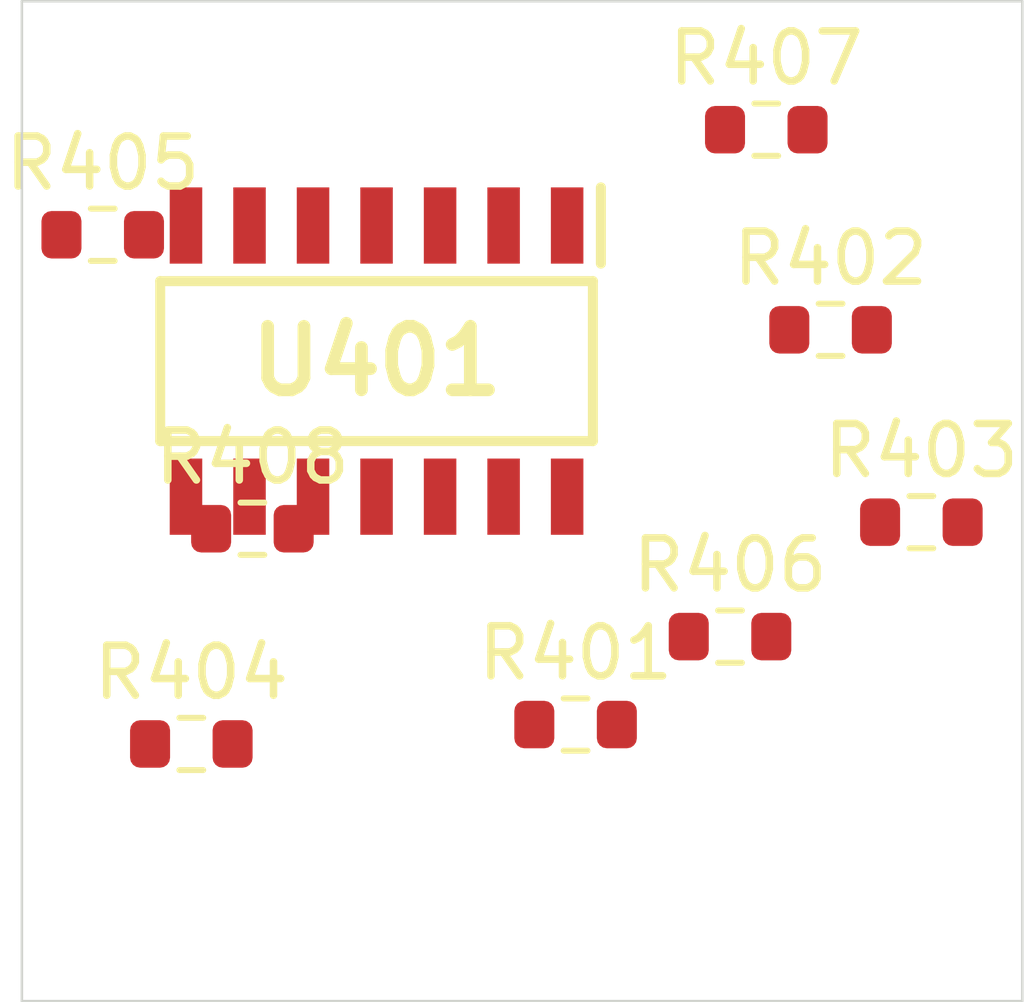
<source format=kicad_pcb>
 ( kicad_pcb  ( version 20171130 )
 ( host pcbnew 5.1.12-84ad8e8a86~92~ubuntu18.04.1 )
 ( general  ( thickness 1.6 )
 ( drawings 4 )
 ( tracks 0 )
 ( zones 0 )
 ( modules 9 )
 ( nets 14 )
)
 ( page A4 )
 ( layers  ( 0 F.Cu signal )
 ( 31 B.Cu signal )
 ( 32 B.Adhes user )
 ( 33 F.Adhes user )
 ( 34 B.Paste user )
 ( 35 F.Paste user )
 ( 36 B.SilkS user )
 ( 37 F.SilkS user )
 ( 38 B.Mask user )
 ( 39 F.Mask user )
 ( 40 Dwgs.User user )
 ( 41 Cmts.User user )
 ( 42 Eco1.User user )
 ( 43 Eco2.User user )
 ( 44 Edge.Cuts user )
 ( 45 Margin user )
 ( 46 B.CrtYd user )
 ( 47 F.CrtYd user )
 ( 48 B.Fab user )
 ( 49 F.Fab user )
)
 ( setup  ( last_trace_width 0.25 )
 ( trace_clearance 0.2 )
 ( zone_clearance 0.508 )
 ( zone_45_only no )
 ( trace_min 0.2 )
 ( via_size 0.8 )
 ( via_drill 0.4 )
 ( via_min_size 0.4 )
 ( via_min_drill 0.3 )
 ( uvia_size 0.3 )
 ( uvia_drill 0.1 )
 ( uvias_allowed no )
 ( uvia_min_size 0.2 )
 ( uvia_min_drill 0.1 )
 ( edge_width 0.05 )
 ( segment_width 0.2 )
 ( pcb_text_width 0.3 )
 ( pcb_text_size 1.5 1.5 )
 ( mod_edge_width 0.12 )
 ( mod_text_size 1 1 )
 ( mod_text_width 0.15 )
 ( pad_size 1.524 1.524 )
 ( pad_drill 0.762 )
 ( pad_to_mask_clearance 0 )
 ( aux_axis_origin 0 0 )
 ( visible_elements FFFFFF7F )
 ( pcbplotparams  ( layerselection 0x010fc_ffffffff )
 ( usegerberextensions false )
 ( usegerberattributes true )
 ( usegerberadvancedattributes true )
 ( creategerberjobfile true )
 ( excludeedgelayer true )
 ( linewidth 0.100000 )
 ( plotframeref false )
 ( viasonmask false )
 ( mode 1 )
 ( useauxorigin false )
 ( hpglpennumber 1 )
 ( hpglpenspeed 20 )
 ( hpglpendiameter 15.000000 )
 ( psnegative false )
 ( psa4output false )
 ( plotreference true )
 ( plotvalue true )
 ( plotinvisibletext false )
 ( padsonsilk false )
 ( subtractmaskfromsilk false )
 ( outputformat 1 )
 ( mirror false )
 ( drillshape 1 )
 ( scaleselection 1 )
 ( outputdirectory "" )
)
)
 ( net 0 "" )
 ( net 1 /Sheet6235D886/vp )
 ( net 2 /Sheet6248AD22/chn0 )
 ( net 3 /Sheet6248AD22/chn1 )
 ( net 4 /Sheet6248AD22/chn2 )
 ( net 5 /Sheet6248AD22/chn3 )
 ( net 6 "Net-(R401-Pad2)" )
 ( net 7 "Net-(R402-Pad2)" )
 ( net 8 "Net-(R403-Pad2)" )
 ( net 9 "Net-(R404-Pad2)" )
 ( net 10 /Sheet6248AD22/chn0_n )
 ( net 11 /Sheet6248AD22/chn1_n )
 ( net 12 /Sheet6248AD22/chn2_n )
 ( net 13 /Sheet6248AD22/chn3_n )
 ( net_class Default "This is the default net class."  ( clearance 0.2 )
 ( trace_width 0.25 )
 ( via_dia 0.8 )
 ( via_drill 0.4 )
 ( uvia_dia 0.3 )
 ( uvia_drill 0.1 )
 ( add_net /Sheet6235D886/vp )
 ( add_net /Sheet6248AD22/chn0 )
 ( add_net /Sheet6248AD22/chn0_n )
 ( add_net /Sheet6248AD22/chn1 )
 ( add_net /Sheet6248AD22/chn1_n )
 ( add_net /Sheet6248AD22/chn2 )
 ( add_net /Sheet6248AD22/chn2_n )
 ( add_net /Sheet6248AD22/chn3 )
 ( add_net /Sheet6248AD22/chn3_n )
 ( add_net "Net-(R401-Pad2)" )
 ( add_net "Net-(R402-Pad2)" )
 ( add_net "Net-(R403-Pad2)" )
 ( add_net "Net-(R404-Pad2)" )
)
 ( module Resistor_SMD:R_0603_1608Metric  ( layer F.Cu )
 ( tedit 5F68FEEE )
 ( tstamp 623425C8 )
 ( at 91.070000 114.468000 )
 ( descr "Resistor SMD 0603 (1608 Metric), square (rectangular) end terminal, IPC_7351 nominal, (Body size source: IPC-SM-782 page 72, https://www.pcb-3d.com/wordpress/wp-content/uploads/ipc-sm-782a_amendment_1_and_2.pdf), generated with kicad-footprint-generator" )
 ( tags resistor )
 ( path /6248AD23/6249ADFD )
 ( attr smd )
 ( fp_text reference R401  ( at 0 -1.43 )
 ( layer F.SilkS )
 ( effects  ( font  ( size 1 1 )
 ( thickness 0.15 )
)
)
)
 ( fp_text value 10M  ( at 0 1.43 )
 ( layer F.Fab )
 ( effects  ( font  ( size 1 1 )
 ( thickness 0.15 )
)
)
)
 ( fp_line  ( start -0.8 0.4125 )
 ( end -0.8 -0.4125 )
 ( layer F.Fab )
 ( width 0.1 )
)
 ( fp_line  ( start -0.8 -0.4125 )
 ( end 0.8 -0.4125 )
 ( layer F.Fab )
 ( width 0.1 )
)
 ( fp_line  ( start 0.8 -0.4125 )
 ( end 0.8 0.4125 )
 ( layer F.Fab )
 ( width 0.1 )
)
 ( fp_line  ( start 0.8 0.4125 )
 ( end -0.8 0.4125 )
 ( layer F.Fab )
 ( width 0.1 )
)
 ( fp_line  ( start -0.237258 -0.5225 )
 ( end 0.237258 -0.5225 )
 ( layer F.SilkS )
 ( width 0.12 )
)
 ( fp_line  ( start -0.237258 0.5225 )
 ( end 0.237258 0.5225 )
 ( layer F.SilkS )
 ( width 0.12 )
)
 ( fp_line  ( start -1.48 0.73 )
 ( end -1.48 -0.73 )
 ( layer F.CrtYd )
 ( width 0.05 )
)
 ( fp_line  ( start -1.48 -0.73 )
 ( end 1.48 -0.73 )
 ( layer F.CrtYd )
 ( width 0.05 )
)
 ( fp_line  ( start 1.48 -0.73 )
 ( end 1.48 0.73 )
 ( layer F.CrtYd )
 ( width 0.05 )
)
 ( fp_line  ( start 1.48 0.73 )
 ( end -1.48 0.73 )
 ( layer F.CrtYd )
 ( width 0.05 )
)
 ( fp_text user %R  ( at 0 0 )
 ( layer F.Fab )
 ( effects  ( font  ( size 0.4 0.4 )
 ( thickness 0.06 )
)
)
)
 ( pad 2 smd roundrect  ( at 0.825 0 )
 ( size 0.8 0.95 )
 ( layers F.Cu F.Mask F.Paste )
 ( roundrect_rratio 0.25 )
 ( net 6 "Net-(R401-Pad2)" )
)
 ( pad 1 smd roundrect  ( at -0.825 0 )
 ( size 0.8 0.95 )
 ( layers F.Cu F.Mask F.Paste )
 ( roundrect_rratio 0.25 )
 ( net 10 /Sheet6248AD22/chn0_n )
)
 ( model ${KISYS3DMOD}/Resistor_SMD.3dshapes/R_0603_1608Metric.wrl  ( at  ( xyz 0 0 0 )
)
 ( scale  ( xyz 1 1 1 )
)
 ( rotate  ( xyz 0 0 0 )
)
)
)
 ( module Resistor_SMD:R_0603_1608Metric  ( layer F.Cu )
 ( tedit 5F68FEEE )
 ( tstamp 623425D9 )
 ( at 96.168000 106.572000 )
 ( descr "Resistor SMD 0603 (1608 Metric), square (rectangular) end terminal, IPC_7351 nominal, (Body size source: IPC-SM-782 page 72, https://www.pcb-3d.com/wordpress/wp-content/uploads/ipc-sm-782a_amendment_1_and_2.pdf), generated with kicad-footprint-generator" )
 ( tags resistor )
 ( path /6248AD23/6249B75E )
 ( attr smd )
 ( fp_text reference R402  ( at 0 -1.43 )
 ( layer F.SilkS )
 ( effects  ( font  ( size 1 1 )
 ( thickness 0.15 )
)
)
)
 ( fp_text value 10M  ( at 0 1.43 )
 ( layer F.Fab )
 ( effects  ( font  ( size 1 1 )
 ( thickness 0.15 )
)
)
)
 ( fp_line  ( start 1.48 0.73 )
 ( end -1.48 0.73 )
 ( layer F.CrtYd )
 ( width 0.05 )
)
 ( fp_line  ( start 1.48 -0.73 )
 ( end 1.48 0.73 )
 ( layer F.CrtYd )
 ( width 0.05 )
)
 ( fp_line  ( start -1.48 -0.73 )
 ( end 1.48 -0.73 )
 ( layer F.CrtYd )
 ( width 0.05 )
)
 ( fp_line  ( start -1.48 0.73 )
 ( end -1.48 -0.73 )
 ( layer F.CrtYd )
 ( width 0.05 )
)
 ( fp_line  ( start -0.237258 0.5225 )
 ( end 0.237258 0.5225 )
 ( layer F.SilkS )
 ( width 0.12 )
)
 ( fp_line  ( start -0.237258 -0.5225 )
 ( end 0.237258 -0.5225 )
 ( layer F.SilkS )
 ( width 0.12 )
)
 ( fp_line  ( start 0.8 0.4125 )
 ( end -0.8 0.4125 )
 ( layer F.Fab )
 ( width 0.1 )
)
 ( fp_line  ( start 0.8 -0.4125 )
 ( end 0.8 0.4125 )
 ( layer F.Fab )
 ( width 0.1 )
)
 ( fp_line  ( start -0.8 -0.4125 )
 ( end 0.8 -0.4125 )
 ( layer F.Fab )
 ( width 0.1 )
)
 ( fp_line  ( start -0.8 0.4125 )
 ( end -0.8 -0.4125 )
 ( layer F.Fab )
 ( width 0.1 )
)
 ( fp_text user %R  ( at 0 0 )
 ( layer F.Fab )
 ( effects  ( font  ( size 0.4 0.4 )
 ( thickness 0.06 )
)
)
)
 ( pad 1 smd roundrect  ( at -0.825 0 )
 ( size 0.8 0.95 )
 ( layers F.Cu F.Mask F.Paste )
 ( roundrect_rratio 0.25 )
 ( net 11 /Sheet6248AD22/chn1_n )
)
 ( pad 2 smd roundrect  ( at 0.825 0 )
 ( size 0.8 0.95 )
 ( layers F.Cu F.Mask F.Paste )
 ( roundrect_rratio 0.25 )
 ( net 7 "Net-(R402-Pad2)" )
)
 ( model ${KISYS3DMOD}/Resistor_SMD.3dshapes/R_0603_1608Metric.wrl  ( at  ( xyz 0 0 0 )
)
 ( scale  ( xyz 1 1 1 )
)
 ( rotate  ( xyz 0 0 0 )
)
)
)
 ( module Resistor_SMD:R_0603_1608Metric  ( layer F.Cu )
 ( tedit 5F68FEEE )
 ( tstamp 623425EA )
 ( at 97.982900 110.420000 )
 ( descr "Resistor SMD 0603 (1608 Metric), square (rectangular) end terminal, IPC_7351 nominal, (Body size source: IPC-SM-782 page 72, https://www.pcb-3d.com/wordpress/wp-content/uploads/ipc-sm-782a_amendment_1_and_2.pdf), generated with kicad-footprint-generator" )
 ( tags resistor )
 ( path /6248AD23/6249FB7A )
 ( attr smd )
 ( fp_text reference R403  ( at 0 -1.43 )
 ( layer F.SilkS )
 ( effects  ( font  ( size 1 1 )
 ( thickness 0.15 )
)
)
)
 ( fp_text value 10M  ( at 0 1.43 )
 ( layer F.Fab )
 ( effects  ( font  ( size 1 1 )
 ( thickness 0.15 )
)
)
)
 ( fp_line  ( start 1.48 0.73 )
 ( end -1.48 0.73 )
 ( layer F.CrtYd )
 ( width 0.05 )
)
 ( fp_line  ( start 1.48 -0.73 )
 ( end 1.48 0.73 )
 ( layer F.CrtYd )
 ( width 0.05 )
)
 ( fp_line  ( start -1.48 -0.73 )
 ( end 1.48 -0.73 )
 ( layer F.CrtYd )
 ( width 0.05 )
)
 ( fp_line  ( start -1.48 0.73 )
 ( end -1.48 -0.73 )
 ( layer F.CrtYd )
 ( width 0.05 )
)
 ( fp_line  ( start -0.237258 0.5225 )
 ( end 0.237258 0.5225 )
 ( layer F.SilkS )
 ( width 0.12 )
)
 ( fp_line  ( start -0.237258 -0.5225 )
 ( end 0.237258 -0.5225 )
 ( layer F.SilkS )
 ( width 0.12 )
)
 ( fp_line  ( start 0.8 0.4125 )
 ( end -0.8 0.4125 )
 ( layer F.Fab )
 ( width 0.1 )
)
 ( fp_line  ( start 0.8 -0.4125 )
 ( end 0.8 0.4125 )
 ( layer F.Fab )
 ( width 0.1 )
)
 ( fp_line  ( start -0.8 -0.4125 )
 ( end 0.8 -0.4125 )
 ( layer F.Fab )
 ( width 0.1 )
)
 ( fp_line  ( start -0.8 0.4125 )
 ( end -0.8 -0.4125 )
 ( layer F.Fab )
 ( width 0.1 )
)
 ( fp_text user %R  ( at 0 0 )
 ( layer F.Fab )
 ( effects  ( font  ( size 0.4 0.4 )
 ( thickness 0.06 )
)
)
)
 ( pad 1 smd roundrect  ( at -0.825 0 )
 ( size 0.8 0.95 )
 ( layers F.Cu F.Mask F.Paste )
 ( roundrect_rratio 0.25 )
 ( net 12 /Sheet6248AD22/chn2_n )
)
 ( pad 2 smd roundrect  ( at 0.825 0 )
 ( size 0.8 0.95 )
 ( layers F.Cu F.Mask F.Paste )
 ( roundrect_rratio 0.25 )
 ( net 8 "Net-(R403-Pad2)" )
)
 ( model ${KISYS3DMOD}/Resistor_SMD.3dshapes/R_0603_1608Metric.wrl  ( at  ( xyz 0 0 0 )
)
 ( scale  ( xyz 1 1 1 )
)
 ( rotate  ( xyz 0 0 0 )
)
)
)
 ( module Resistor_SMD:R_0603_1608Metric  ( layer F.Cu )
 ( tedit 5F68FEEE )
 ( tstamp 623425FB )
 ( at 83.387800 114.856000 )
 ( descr "Resistor SMD 0603 (1608 Metric), square (rectangular) end terminal, IPC_7351 nominal, (Body size source: IPC-SM-782 page 72, https://www.pcb-3d.com/wordpress/wp-content/uploads/ipc-sm-782a_amendment_1_and_2.pdf), generated with kicad-footprint-generator" )
 ( tags resistor )
 ( path /6248AD23/6249FB74 )
 ( attr smd )
 ( fp_text reference R404  ( at 0 -1.43 )
 ( layer F.SilkS )
 ( effects  ( font  ( size 1 1 )
 ( thickness 0.15 )
)
)
)
 ( fp_text value 10M  ( at 0 1.43 )
 ( layer F.Fab )
 ( effects  ( font  ( size 1 1 )
 ( thickness 0.15 )
)
)
)
 ( fp_line  ( start -0.8 0.4125 )
 ( end -0.8 -0.4125 )
 ( layer F.Fab )
 ( width 0.1 )
)
 ( fp_line  ( start -0.8 -0.4125 )
 ( end 0.8 -0.4125 )
 ( layer F.Fab )
 ( width 0.1 )
)
 ( fp_line  ( start 0.8 -0.4125 )
 ( end 0.8 0.4125 )
 ( layer F.Fab )
 ( width 0.1 )
)
 ( fp_line  ( start 0.8 0.4125 )
 ( end -0.8 0.4125 )
 ( layer F.Fab )
 ( width 0.1 )
)
 ( fp_line  ( start -0.237258 -0.5225 )
 ( end 0.237258 -0.5225 )
 ( layer F.SilkS )
 ( width 0.12 )
)
 ( fp_line  ( start -0.237258 0.5225 )
 ( end 0.237258 0.5225 )
 ( layer F.SilkS )
 ( width 0.12 )
)
 ( fp_line  ( start -1.48 0.73 )
 ( end -1.48 -0.73 )
 ( layer F.CrtYd )
 ( width 0.05 )
)
 ( fp_line  ( start -1.48 -0.73 )
 ( end 1.48 -0.73 )
 ( layer F.CrtYd )
 ( width 0.05 )
)
 ( fp_line  ( start 1.48 -0.73 )
 ( end 1.48 0.73 )
 ( layer F.CrtYd )
 ( width 0.05 )
)
 ( fp_line  ( start 1.48 0.73 )
 ( end -1.48 0.73 )
 ( layer F.CrtYd )
 ( width 0.05 )
)
 ( fp_text user %R  ( at 0 0 )
 ( layer F.Fab )
 ( effects  ( font  ( size 0.4 0.4 )
 ( thickness 0.06 )
)
)
)
 ( pad 2 smd roundrect  ( at 0.825 0 )
 ( size 0.8 0.95 )
 ( layers F.Cu F.Mask F.Paste )
 ( roundrect_rratio 0.25 )
 ( net 9 "Net-(R404-Pad2)" )
)
 ( pad 1 smd roundrect  ( at -0.825 0 )
 ( size 0.8 0.95 )
 ( layers F.Cu F.Mask F.Paste )
 ( roundrect_rratio 0.25 )
 ( net 13 /Sheet6248AD22/chn3_n )
)
 ( model ${KISYS3DMOD}/Resistor_SMD.3dshapes/R_0603_1608Metric.wrl  ( at  ( xyz 0 0 0 )
)
 ( scale  ( xyz 1 1 1 )
)
 ( rotate  ( xyz 0 0 0 )
)
)
)
 ( module Resistor_SMD:R_0603_1608Metric  ( layer F.Cu )
 ( tedit 5F68FEEE )
 ( tstamp 6234260C )
 ( at 81.616200 104.671000 )
 ( descr "Resistor SMD 0603 (1608 Metric), square (rectangular) end terminal, IPC_7351 nominal, (Body size source: IPC-SM-782 page 72, https://www.pcb-3d.com/wordpress/wp-content/uploads/ipc-sm-782a_amendment_1_and_2.pdf), generated with kicad-footprint-generator" )
 ( tags resistor )
 ( path /6248AD23/62497F62 )
 ( attr smd )
 ( fp_text reference R405  ( at 0 -1.43 )
 ( layer F.SilkS )
 ( effects  ( font  ( size 1 1 )
 ( thickness 0.15 )
)
)
)
 ( fp_text value 750k  ( at 0 1.43 )
 ( layer F.Fab )
 ( effects  ( font  ( size 1 1 )
 ( thickness 0.15 )
)
)
)
 ( fp_line  ( start -0.8 0.4125 )
 ( end -0.8 -0.4125 )
 ( layer F.Fab )
 ( width 0.1 )
)
 ( fp_line  ( start -0.8 -0.4125 )
 ( end 0.8 -0.4125 )
 ( layer F.Fab )
 ( width 0.1 )
)
 ( fp_line  ( start 0.8 -0.4125 )
 ( end 0.8 0.4125 )
 ( layer F.Fab )
 ( width 0.1 )
)
 ( fp_line  ( start 0.8 0.4125 )
 ( end -0.8 0.4125 )
 ( layer F.Fab )
 ( width 0.1 )
)
 ( fp_line  ( start -0.237258 -0.5225 )
 ( end 0.237258 -0.5225 )
 ( layer F.SilkS )
 ( width 0.12 )
)
 ( fp_line  ( start -0.237258 0.5225 )
 ( end 0.237258 0.5225 )
 ( layer F.SilkS )
 ( width 0.12 )
)
 ( fp_line  ( start -1.48 0.73 )
 ( end -1.48 -0.73 )
 ( layer F.CrtYd )
 ( width 0.05 )
)
 ( fp_line  ( start -1.48 -0.73 )
 ( end 1.48 -0.73 )
 ( layer F.CrtYd )
 ( width 0.05 )
)
 ( fp_line  ( start 1.48 -0.73 )
 ( end 1.48 0.73 )
 ( layer F.CrtYd )
 ( width 0.05 )
)
 ( fp_line  ( start 1.48 0.73 )
 ( end -1.48 0.73 )
 ( layer F.CrtYd )
 ( width 0.05 )
)
 ( fp_text user %R  ( at 0 0 )
 ( layer F.Fab )
 ( effects  ( font  ( size 0.4 0.4 )
 ( thickness 0.06 )
)
)
)
 ( pad 2 smd roundrect  ( at 0.825 0 )
 ( size 0.8 0.95 )
 ( layers F.Cu F.Mask F.Paste )
 ( roundrect_rratio 0.25 )
 ( net 6 "Net-(R401-Pad2)" )
)
 ( pad 1 smd roundrect  ( at -0.825 0 )
 ( size 0.8 0.95 )
 ( layers F.Cu F.Mask F.Paste )
 ( roundrect_rratio 0.25 )
 ( net 1 /Sheet6235D886/vp )
)
 ( model ${KISYS3DMOD}/Resistor_SMD.3dshapes/R_0603_1608Metric.wrl  ( at  ( xyz 0 0 0 )
)
 ( scale  ( xyz 1 1 1 )
)
 ( rotate  ( xyz 0 0 0 )
)
)
)
 ( module Resistor_SMD:R_0603_1608Metric  ( layer F.Cu )
 ( tedit 5F68FEEE )
 ( tstamp 6234261D )
 ( at 94.157600 112.709000 )
 ( descr "Resistor SMD 0603 (1608 Metric), square (rectangular) end terminal, IPC_7351 nominal, (Body size source: IPC-SM-782 page 72, https://www.pcb-3d.com/wordpress/wp-content/uploads/ipc-sm-782a_amendment_1_and_2.pdf), generated with kicad-footprint-generator" )
 ( tags resistor )
 ( path /6248AD23/62499098 )
 ( attr smd )
 ( fp_text reference R406  ( at 0 -1.43 )
 ( layer F.SilkS )
 ( effects  ( font  ( size 1 1 )
 ( thickness 0.15 )
)
)
)
 ( fp_text value 750k  ( at 0 1.43 )
 ( layer F.Fab )
 ( effects  ( font  ( size 1 1 )
 ( thickness 0.15 )
)
)
)
 ( fp_line  ( start 1.48 0.73 )
 ( end -1.48 0.73 )
 ( layer F.CrtYd )
 ( width 0.05 )
)
 ( fp_line  ( start 1.48 -0.73 )
 ( end 1.48 0.73 )
 ( layer F.CrtYd )
 ( width 0.05 )
)
 ( fp_line  ( start -1.48 -0.73 )
 ( end 1.48 -0.73 )
 ( layer F.CrtYd )
 ( width 0.05 )
)
 ( fp_line  ( start -1.48 0.73 )
 ( end -1.48 -0.73 )
 ( layer F.CrtYd )
 ( width 0.05 )
)
 ( fp_line  ( start -0.237258 0.5225 )
 ( end 0.237258 0.5225 )
 ( layer F.SilkS )
 ( width 0.12 )
)
 ( fp_line  ( start -0.237258 -0.5225 )
 ( end 0.237258 -0.5225 )
 ( layer F.SilkS )
 ( width 0.12 )
)
 ( fp_line  ( start 0.8 0.4125 )
 ( end -0.8 0.4125 )
 ( layer F.Fab )
 ( width 0.1 )
)
 ( fp_line  ( start 0.8 -0.4125 )
 ( end 0.8 0.4125 )
 ( layer F.Fab )
 ( width 0.1 )
)
 ( fp_line  ( start -0.8 -0.4125 )
 ( end 0.8 -0.4125 )
 ( layer F.Fab )
 ( width 0.1 )
)
 ( fp_line  ( start -0.8 0.4125 )
 ( end -0.8 -0.4125 )
 ( layer F.Fab )
 ( width 0.1 )
)
 ( fp_text user %R  ( at 0 0 )
 ( layer F.Fab )
 ( effects  ( font  ( size 0.4 0.4 )
 ( thickness 0.06 )
)
)
)
 ( pad 1 smd roundrect  ( at -0.825 0 )
 ( size 0.8 0.95 )
 ( layers F.Cu F.Mask F.Paste )
 ( roundrect_rratio 0.25 )
 ( net 1 /Sheet6235D886/vp )
)
 ( pad 2 smd roundrect  ( at 0.825 0 )
 ( size 0.8 0.95 )
 ( layers F.Cu F.Mask F.Paste )
 ( roundrect_rratio 0.25 )
 ( net 7 "Net-(R402-Pad2)" )
)
 ( model ${KISYS3DMOD}/Resistor_SMD.3dshapes/R_0603_1608Metric.wrl  ( at  ( xyz 0 0 0 )
)
 ( scale  ( xyz 1 1 1 )
)
 ( rotate  ( xyz 0 0 0 )
)
)
)
 ( module Resistor_SMD:R_0603_1608Metric  ( layer F.Cu )
 ( tedit 5F68FEEE )
 ( tstamp 6234262E )
 ( at 94.882500 102.569000 )
 ( descr "Resistor SMD 0603 (1608 Metric), square (rectangular) end terminal, IPC_7351 nominal, (Body size source: IPC-SM-782 page 72, https://www.pcb-3d.com/wordpress/wp-content/uploads/ipc-sm-782a_amendment_1_and_2.pdf), generated with kicad-footprint-generator" )
 ( tags resistor )
 ( path /6248AD23/624A0FFB )
 ( attr smd )
 ( fp_text reference R407  ( at 0 -1.43 )
 ( layer F.SilkS )
 ( effects  ( font  ( size 1 1 )
 ( thickness 0.15 )
)
)
)
 ( fp_text value 1.5M  ( at 0 1.43 )
 ( layer F.Fab )
 ( effects  ( font  ( size 1 1 )
 ( thickness 0.15 )
)
)
)
 ( fp_line  ( start 1.48 0.73 )
 ( end -1.48 0.73 )
 ( layer F.CrtYd )
 ( width 0.05 )
)
 ( fp_line  ( start 1.48 -0.73 )
 ( end 1.48 0.73 )
 ( layer F.CrtYd )
 ( width 0.05 )
)
 ( fp_line  ( start -1.48 -0.73 )
 ( end 1.48 -0.73 )
 ( layer F.CrtYd )
 ( width 0.05 )
)
 ( fp_line  ( start -1.48 0.73 )
 ( end -1.48 -0.73 )
 ( layer F.CrtYd )
 ( width 0.05 )
)
 ( fp_line  ( start -0.237258 0.5225 )
 ( end 0.237258 0.5225 )
 ( layer F.SilkS )
 ( width 0.12 )
)
 ( fp_line  ( start -0.237258 -0.5225 )
 ( end 0.237258 -0.5225 )
 ( layer F.SilkS )
 ( width 0.12 )
)
 ( fp_line  ( start 0.8 0.4125 )
 ( end -0.8 0.4125 )
 ( layer F.Fab )
 ( width 0.1 )
)
 ( fp_line  ( start 0.8 -0.4125 )
 ( end 0.8 0.4125 )
 ( layer F.Fab )
 ( width 0.1 )
)
 ( fp_line  ( start -0.8 -0.4125 )
 ( end 0.8 -0.4125 )
 ( layer F.Fab )
 ( width 0.1 )
)
 ( fp_line  ( start -0.8 0.4125 )
 ( end -0.8 -0.4125 )
 ( layer F.Fab )
 ( width 0.1 )
)
 ( fp_text user %R  ( at 0 0 )
 ( layer F.Fab )
 ( effects  ( font  ( size 0.4 0.4 )
 ( thickness 0.06 )
)
)
)
 ( pad 1 smd roundrect  ( at -0.825 0 )
 ( size 0.8 0.95 )
 ( layers F.Cu F.Mask F.Paste )
 ( roundrect_rratio 0.25 )
 ( net 1 /Sheet6235D886/vp )
)
 ( pad 2 smd roundrect  ( at 0.825 0 )
 ( size 0.8 0.95 )
 ( layers F.Cu F.Mask F.Paste )
 ( roundrect_rratio 0.25 )
 ( net 8 "Net-(R403-Pad2)" )
)
 ( model ${KISYS3DMOD}/Resistor_SMD.3dshapes/R_0603_1608Metric.wrl  ( at  ( xyz 0 0 0 )
)
 ( scale  ( xyz 1 1 1 )
)
 ( rotate  ( xyz 0 0 0 )
)
)
)
 ( module Resistor_SMD:R_0603_1608Metric  ( layer F.Cu )
 ( tedit 5F68FEEE )
 ( tstamp 6234263F )
 ( at 84.608700 110.551000 )
 ( descr "Resistor SMD 0603 (1608 Metric), square (rectangular) end terminal, IPC_7351 nominal, (Body size source: IPC-SM-782 page 72, https://www.pcb-3d.com/wordpress/wp-content/uploads/ipc-sm-782a_amendment_1_and_2.pdf), generated with kicad-footprint-generator" )
 ( tags resistor )
 ( path /6248AD23/624A093C )
 ( attr smd )
 ( fp_text reference R408  ( at 0 -1.43 )
 ( layer F.SilkS )
 ( effects  ( font  ( size 1 1 )
 ( thickness 0.15 )
)
)
)
 ( fp_text value 1.5M  ( at 0 1.43 )
 ( layer F.Fab )
 ( effects  ( font  ( size 1 1 )
 ( thickness 0.15 )
)
)
)
 ( fp_line  ( start -0.8 0.4125 )
 ( end -0.8 -0.4125 )
 ( layer F.Fab )
 ( width 0.1 )
)
 ( fp_line  ( start -0.8 -0.4125 )
 ( end 0.8 -0.4125 )
 ( layer F.Fab )
 ( width 0.1 )
)
 ( fp_line  ( start 0.8 -0.4125 )
 ( end 0.8 0.4125 )
 ( layer F.Fab )
 ( width 0.1 )
)
 ( fp_line  ( start 0.8 0.4125 )
 ( end -0.8 0.4125 )
 ( layer F.Fab )
 ( width 0.1 )
)
 ( fp_line  ( start -0.237258 -0.5225 )
 ( end 0.237258 -0.5225 )
 ( layer F.SilkS )
 ( width 0.12 )
)
 ( fp_line  ( start -0.237258 0.5225 )
 ( end 0.237258 0.5225 )
 ( layer F.SilkS )
 ( width 0.12 )
)
 ( fp_line  ( start -1.48 0.73 )
 ( end -1.48 -0.73 )
 ( layer F.CrtYd )
 ( width 0.05 )
)
 ( fp_line  ( start -1.48 -0.73 )
 ( end 1.48 -0.73 )
 ( layer F.CrtYd )
 ( width 0.05 )
)
 ( fp_line  ( start 1.48 -0.73 )
 ( end 1.48 0.73 )
 ( layer F.CrtYd )
 ( width 0.05 )
)
 ( fp_line  ( start 1.48 0.73 )
 ( end -1.48 0.73 )
 ( layer F.CrtYd )
 ( width 0.05 )
)
 ( fp_text user %R  ( at 0 0 )
 ( layer F.Fab )
 ( effects  ( font  ( size 0.4 0.4 )
 ( thickness 0.06 )
)
)
)
 ( pad 2 smd roundrect  ( at 0.825 0 )
 ( size 0.8 0.95 )
 ( layers F.Cu F.Mask F.Paste )
 ( roundrect_rratio 0.25 )
 ( net 9 "Net-(R404-Pad2)" )
)
 ( pad 1 smd roundrect  ( at -0.825 0 )
 ( size 0.8 0.95 )
 ( layers F.Cu F.Mask F.Paste )
 ( roundrect_rratio 0.25 )
 ( net 1 /Sheet6235D886/vp )
)
 ( model ${KISYS3DMOD}/Resistor_SMD.3dshapes/R_0603_1608Metric.wrl  ( at  ( xyz 0 0 0 )
)
 ( scale  ( xyz 1 1 1 )
)
 ( rotate  ( xyz 0 0 0 )
)
)
)
 ( module TL074HIDR:SOIC127P600X175-14N locked  ( layer F.Cu )
 ( tedit 62336F37 )
 ( tstamp 62342709 )
 ( at 87.091000 107.198000 270.000000 )
 ( descr "D (-R-PDSO-G14)" )
 ( tags "Integrated Circuit" )
 ( path /6248AD23/624976B2 )
 ( attr smd )
 ( fp_text reference U401  ( at 0 0 )
 ( layer F.SilkS )
 ( effects  ( font  ( size 1.27 1.27 )
 ( thickness 0.254 )
)
)
)
 ( fp_text value TL074  ( at 0 0 )
 ( layer F.SilkS )
hide  ( effects  ( font  ( size 1.27 1.27 )
 ( thickness 0.254 )
)
)
)
 ( fp_line  ( start -3.725 -4.625 )
 ( end 3.725 -4.625 )
 ( layer Dwgs.User )
 ( width 0.05 )
)
 ( fp_line  ( start 3.725 -4.625 )
 ( end 3.725 4.625 )
 ( layer Dwgs.User )
 ( width 0.05 )
)
 ( fp_line  ( start 3.725 4.625 )
 ( end -3.725 4.625 )
 ( layer Dwgs.User )
 ( width 0.05 )
)
 ( fp_line  ( start -3.725 4.625 )
 ( end -3.725 -4.625 )
 ( layer Dwgs.User )
 ( width 0.05 )
)
 ( fp_line  ( start -1.95 -4.325 )
 ( end 1.95 -4.325 )
 ( layer Dwgs.User )
 ( width 0.1 )
)
 ( fp_line  ( start 1.95 -4.325 )
 ( end 1.95 4.325 )
 ( layer Dwgs.User )
 ( width 0.1 )
)
 ( fp_line  ( start 1.95 4.325 )
 ( end -1.95 4.325 )
 ( layer Dwgs.User )
 ( width 0.1 )
)
 ( fp_line  ( start -1.95 4.325 )
 ( end -1.95 -4.325 )
 ( layer Dwgs.User )
 ( width 0.1 )
)
 ( fp_line  ( start -1.95 -3.055 )
 ( end -0.68 -4.325 )
 ( layer Dwgs.User )
 ( width 0.1 )
)
 ( fp_line  ( start -1.6 -4.325 )
 ( end 1.6 -4.325 )
 ( layer F.SilkS )
 ( width 0.2 )
)
 ( fp_line  ( start 1.6 -4.325 )
 ( end 1.6 4.325 )
 ( layer F.SilkS )
 ( width 0.2 )
)
 ( fp_line  ( start 1.6 4.325 )
 ( end -1.6 4.325 )
 ( layer F.SilkS )
 ( width 0.2 )
)
 ( fp_line  ( start -1.6 4.325 )
 ( end -1.6 -4.325 )
 ( layer F.SilkS )
 ( width 0.2 )
)
 ( fp_line  ( start -3.475 -4.485 )
 ( end -1.95 -4.485 )
 ( layer F.SilkS )
 ( width 0.2 )
)
 ( pad 1 smd rect  ( at -2.712 -3.81 )
 ( size 0.65 1.525 )
 ( layers F.Cu F.Mask F.Paste )
 ( net 2 /Sheet6248AD22/chn0 )
)
 ( pad 2 smd rect  ( at -2.712 -2.54 )
 ( size 0.65 1.525 )
 ( layers F.Cu F.Mask F.Paste )
 ( net 2 /Sheet6248AD22/chn0 )
)
 ( pad 3 smd rect  ( at -2.712 -1.27 )
 ( size 0.65 1.525 )
 ( layers F.Cu F.Mask F.Paste )
 ( net 6 "Net-(R401-Pad2)" )
)
 ( pad 4 smd rect  ( at -2.712 0 )
 ( size 0.65 1.525 )
 ( layers F.Cu F.Mask F.Paste )
)
 ( pad 5 smd rect  ( at -2.712 1.27 )
 ( size 0.65 1.525 )
 ( layers F.Cu F.Mask F.Paste )
 ( net 7 "Net-(R402-Pad2)" )
)
 ( pad 6 smd rect  ( at -2.712 2.54 )
 ( size 0.65 1.525 )
 ( layers F.Cu F.Mask F.Paste )
 ( net 3 /Sheet6248AD22/chn1 )
)
 ( pad 7 smd rect  ( at -2.712 3.81 )
 ( size 0.65 1.525 )
 ( layers F.Cu F.Mask F.Paste )
 ( net 3 /Sheet6248AD22/chn1 )
)
 ( pad 8 smd rect  ( at 2.712 3.81 )
 ( size 0.65 1.525 )
 ( layers F.Cu F.Mask F.Paste )
 ( net 4 /Sheet6248AD22/chn2 )
)
 ( pad 9 smd rect  ( at 2.712 2.54 )
 ( size 0.65 1.525 )
 ( layers F.Cu F.Mask F.Paste )
 ( net 4 /Sheet6248AD22/chn2 )
)
 ( pad 10 smd rect  ( at 2.712 1.27 )
 ( size 0.65 1.525 )
 ( layers F.Cu F.Mask F.Paste )
 ( net 8 "Net-(R403-Pad2)" )
)
 ( pad 11 smd rect  ( at 2.712 0 )
 ( size 0.65 1.525 )
 ( layers F.Cu F.Mask F.Paste )
)
 ( pad 12 smd rect  ( at 2.712 -1.27 )
 ( size 0.65 1.525 )
 ( layers F.Cu F.Mask F.Paste )
 ( net 9 "Net-(R404-Pad2)" )
)
 ( pad 13 smd rect  ( at 2.712 -2.54 )
 ( size 0.65 1.525 )
 ( layers F.Cu F.Mask F.Paste )
 ( net 5 /Sheet6248AD22/chn3 )
)
 ( pad 14 smd rect  ( at 2.712 -3.81 )
 ( size 0.65 1.525 )
 ( layers F.Cu F.Mask F.Paste )
 ( net 5 /Sheet6248AD22/chn3 )
)
)
 ( gr_line  ( start 100 100 )
 ( end 100 120 )
 ( layer Edge.Cuts )
 ( width 0.05 )
 ( tstamp 62E76D2A )
)
 ( gr_line  ( start 80 120 )
 ( end 100 120 )
 ( layer Edge.Cuts )
 ( width 0.05 )
 ( tstamp 62E76D27 )
)
 ( gr_line  ( start 80 100 )
 ( end 80 120 )
 ( layer Edge.Cuts )
 ( width 0.05 )
 ( tstamp 6234110C )
)
 ( gr_line  ( start 80 100 )
 ( end 100 100 )
 ( layer Edge.Cuts )
 ( width 0.05 )
)
)

</source>
